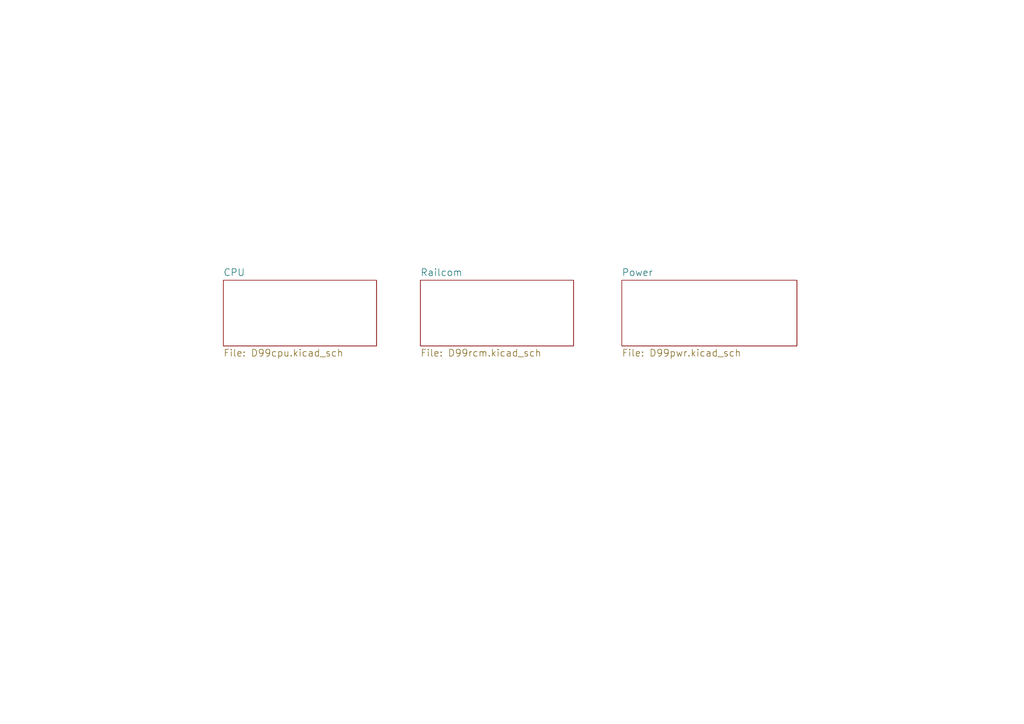
<source format=kicad_sch>
(kicad_sch
	(version 20250114)
	(generator "eeschema")
	(generator_version "9.0")
	(uuid "df79ce8b-a870-46f6-824c-d442122538ae")
	(paper "A4")
	(title_block
		(title "DCC Ambient Decoder Prototype")
		(date "2025-10-14")
		(rev "1")
		(company "Frank Schumacher")
		(comment 1 "D99.1")
		(comment 2 "2.8V SCAPs")
	)
	(lib_symbols)
	(sheet
		(at 64.77 81.28)
		(size 44.45 19.05)
		(exclude_from_sim no)
		(in_bom yes)
		(on_board yes)
		(dnp no)
		(fields_autoplaced yes)
		(stroke
			(width 0)
			(type solid)
		)
		(fill
			(color 0 0 0 0.0000)
		)
		(uuid "00000000-0000-0000-0000-00005b6c6b9d")
		(property "Sheetname" "CPU"
			(at 64.77 80.2001 0)
			(effects
				(font
					(size 2.0066 2.0066)
				)
				(justify left bottom)
			)
		)
		(property "Sheetfile" "D99cpu.kicad_sch"
			(at 64.77 101.2092 0)
			(effects
				(font
					(size 2.0066 2.0066)
				)
				(justify left top)
			)
		)
		(instances
			(project "D99"
				(path "/df79ce8b-a870-46f6-824c-d442122538ae"
					(page "2")
				)
			)
		)
	)
	(sheet
		(at 121.92 81.28)
		(size 44.45 19.05)
		(exclude_from_sim no)
		(in_bom yes)
		(on_board yes)
		(dnp no)
		(fields_autoplaced yes)
		(stroke
			(width 0)
			(type solid)
		)
		(fill
			(color 0 0 0 0.0000)
		)
		(uuid "00000000-0000-0000-0000-00005b6d3404")
		(property "Sheetname" "Railcom"
			(at 121.92 80.2001 0)
			(effects
				(font
					(size 2.0066 2.0066)
				)
				(justify left bottom)
			)
		)
		(property "Sheetfile" "D99rcm.kicad_sch"
			(at 121.92 101.2092 0)
			(effects
				(font
					(size 2.0066 2.0066)
				)
				(justify left top)
			)
		)
		(instances
			(project "D99"
				(path "/df79ce8b-a870-46f6-824c-d442122538ae"
					(page "3")
				)
			)
		)
	)
	(sheet
		(at 180.34 81.28)
		(size 50.8 19.05)
		(exclude_from_sim no)
		(in_bom yes)
		(on_board yes)
		(dnp no)
		(fields_autoplaced yes)
		(stroke
			(width 0)
			(type solid)
		)
		(fill
			(color 0 0 0 0.0000)
		)
		(uuid "00000000-0000-0000-0000-00005ca7768a")
		(property "Sheetname" "Power"
			(at 180.34 80.2001 0)
			(effects
				(font
					(size 2.0066 2.0066)
				)
				(justify left bottom)
			)
		)
		(property "Sheetfile" "D99pwr.kicad_sch"
			(at 180.34 101.2092 0)
			(effects
				(font
					(size 2.0066 2.0066)
				)
				(justify left top)
			)
		)
		(instances
			(project "D99"
				(path "/df79ce8b-a870-46f6-824c-d442122538ae"
					(page "4")
				)
			)
		)
	)
	(sheet_instances
		(path "/"
			(page "1")
		)
	)
	(embedded_fonts no)
)

</source>
